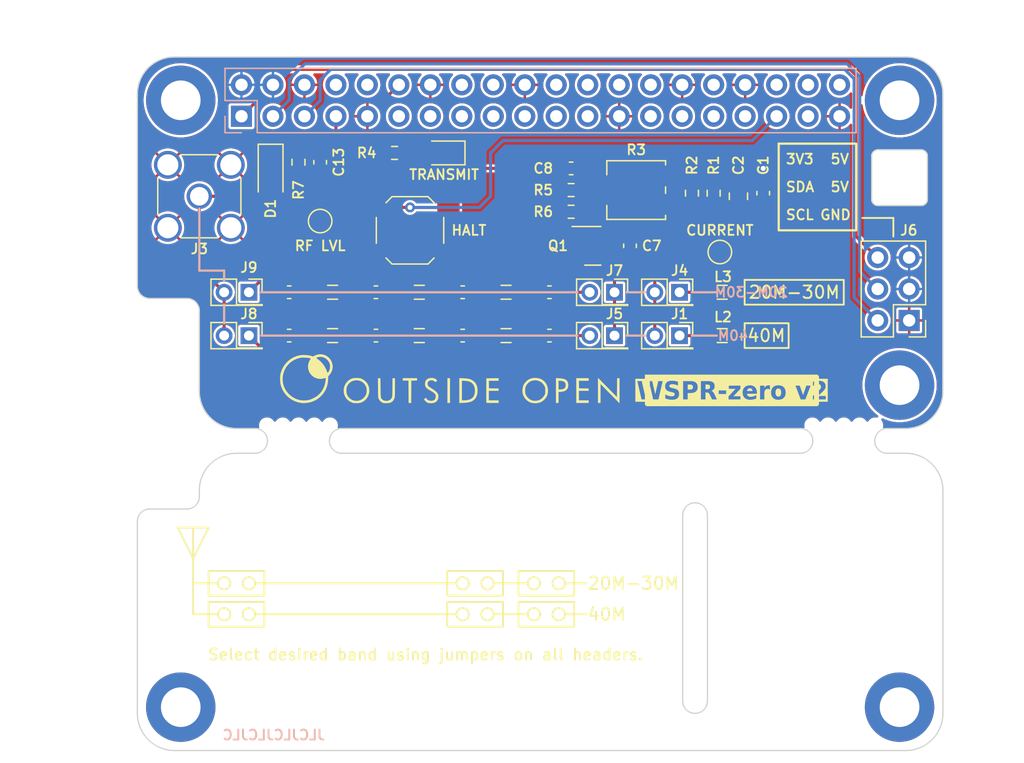
<source format=kicad_pcb>
(kicad_pcb (version 20221018) (generator pcbnew)
  (layers (0 "F.Cu" signal) (31 "B.Cu" signal) (34 "B.Paste" user) (35 "F.Paste" user) (36 "B.SilkS" user "B.Silkscreen") (37 "F.SilkS" user "F.Silkscreen") (38 "B.Mask" user) (39 "F.Mask" user) (44 "Edge.Cuts" user))
  (net 0 "")
  (net 1 "GND")
  (net 2 "VCC")
  (net 3 "Net-(J1-Pin_2)")
  (net 4 "Net-(C8-Pad2)")
  (net 5 "Net-(J4-Pin_1)")
  (net 6 "Net-(J2-Pin_7)")
  (net 7 "Net-(J5-Pin_1)")
  (net 8 "Net-(D1-K)")
  (net 9 "Net-(D1-A)")
  (net 10 "Net-(J1-Pin_1)")
  (net 12 "Net-(J2-Pin_12)")
  (net 23 "Net-(C13-Pad1)")
  (net 24 "Net-(C15-Pad1)")
  (net 25 "Net-(C16-Pad1)")
  (net 26 "Net-(C19-Pad1)")
  (net 27 "Net-(C20-Pad1)")
  (net 31 "Net-(R2-Pad1)")
  (net 32 "Net-(R3-Pad2)")
  (net 36 "Net-(J2-Pin_35)")
  (net 41 "Net-(L2-Pad1)")
  (net 42 "Net-(LED1-A)")
  (net 43 "Net-(Q1-G)")
  (net 44 "Net-(J5-Pin_2)")
  (net 45 "Net-(J8-Pin_1)")
  (net 46 "Net-(J7-Pin_2)")
  (net 47 "Net-(J9-Pin_1)")
  (net 48 "/3.3V")
  (net 52 "/SDA")
  (net 53 "/SCL")
  (footprint "MountingHole:MountingHole_3.2mm_M3_DIN965_Pad" (layer "F.Cu") (at 111.5 76.5)
    (fp_text reference "H3" hide)
    (fp_text value "MountingHole")
    (pad "1" thru_hole circle (at 0 0) (size 5.6 5.6) (drill 3.2) (layers "*.Cu" "*.Mask"))
  )
  (footprint "Inductor_SMD:L_0805_2012Metric" (layer "F.Cu") (at 72.75 72.5 180)
    (fp_text reference "L12")
    (fp_text value "1.5uH")
    (pad "1" smd roundrect (at -1.0625 0 180) (size 0.875 1.2) (layers "F.Cu" "F.Paste" "F.Mask") (net 24 "Net-(C15-Pad1)"))
    (pad "2" smd roundrect (at 1.0625 0 180) (size 0.875 1.2) (layers "F.Cu" "F.Paste" "F.Mask") (net 25 "Net-(C16-Pad1)"))
  )
  (footprint "Resistor_SMD:R_0603_1608Metric" (layer "F.Cu") (at 94.75 61 90)
    (fp_text reference "R2" (at 2.25 0 90) (layer "F.SilkS") (effects (font (size 0.8 0.8))))
    (fp_text value "3.9k")
    (pad "1" smd roundrect (at -0.825 0 90) (size 0.8 0.95) (layers "F.Cu" "F.Paste" "F.Mask") (net 31 "Net-(R2-Pad1)"))
    (pad "2" smd roundrect (at 0.825 0 90) (size 0.8 0.95) (layers "F.Cu" "F.Paste" "F.Mask") (net 2 "VCC"))
  )
  (footprint "Connector_PinSocket_2.00mm:PinSocket_2x01_P2.00mm_Vertical" (layer "F.Cu") (at 93.75 69)
    (fp_text reference "J4" (at 0 -1.75) (layer "F.SilkS") (effects (font (size 0.8 0.8))))
    (fp_text value "Conn_02x01")
    (pad "1" thru_hole rect (at 0 0) (size 1.35 1.35) (drill 0.8) (layers "*.Cu" "*.Mask") (net 5 "Net-(J4-Pin_1)"))
    (pad "2" thru_hole oval (at -2 0) (size 1.35 1.35) (drill 0.8) (layers "*.Cu" "*.Mask") (net 3 "Net-(J1-Pin_2)"))
  )
  (footprint "Capacitor_SMD:C_0603_1608Metric" (layer "F.Cu") (at 100.5 61 -90)
    (fp_text reference "C1" (at -2.25 0 90) (layer "F.SilkS") (effects (font (size 0.8 0.8))))
    (fp_text value "100nF")
    (pad "1" smd roundrect (at -0.775 0 270) (size 0.9 0.95) (layers "F.Cu" "F.Paste" "F.Mask") (net 2 "VCC"))
    (pad "2" smd roundrect (at 0.775 0 270) (size 0.9 0.95) (layers "F.Cu" "F.Paste" "F.Mask") (net 1 "GND"))
  )
  (footprint "Inductor_SMD:L_0805_2012Metric" (layer "F.Cu") (at 65.75 69 180)
    (fp_text reference "L16")
    (fp_text value "1uH")
    (pad "1" smd roundrect (at -1.0625 0 180) (size 0.875 1.2) (layers "F.Cu" "F.Paste" "F.Mask") (net 27 "Net-(C20-Pad1)"))
    (pad "2" smd roundrect (at 1.0625 0 180) (size 0.875 1.2) (layers "F.Cu" "F.Paste" "F.Mask") (net 47 "Net-(J9-Pin_1)"))
  )
  (footprint "MountingHole:mousebites" (layer "F.Cu") (at 107 80)
    (fp_text reference "H6" hide)
    (fp_text value "MountingHole" hide)
    (pad "" np_thru_hole circle (at -2.54 -0.254) (size 0.7874 0.7874) (drill 0.7874) (layers "*.Cu" "*.Mask"))
    (pad "" np_thru_hole circle (at -1.27 -0.254) (size 0.7874 0.7874) (drill 0.7874) (layers "*.Cu" "*.Mask"))
    (pad "" np_thru_hole circle (at 0 -0.254) (size 0.7874 0.7874) (drill 0.7874) (layers "*.Cu" "*.Mask"))
    (pad "" np_thru_hole circle (at 1.27 -0.254) (size 0.7874 0.7874) (drill 0.7874) (layers "*.Cu" "*.Mask"))
    (pad "" np_thru_hole circle (at 2.54 -0.254) (size 0.7874 0.7874) (drill 0.7874) (layers "*.Cu" "*.Mask"))
  )
  (footprint "Capacitor_SMD:C_0603_1608Metric" (layer "F.Cu") (at 89.75 65.25 -90)
    (fp_text reference "C7" (at 0 -1.75) (layer "F.SilkS") (effects (font (size 0.8 0.8))))
    (fp_text value "100nF")
    (pad "1" smd roundrect (at -0.775 0 270) (size 0.9 0.95) (layers "F.Cu" "F.Paste" "F.Mask") (net 3 "Net-(J1-Pin_2)"))
    (pad "2" smd roundrect (at 0.775 0 270) (size 0.9 0.95) (layers "F.Cu" "F.Paste" "F.Mask") (net 7 "Net-(J5-Pin_1)"))
  )
  (footprint "Connector_PinSocket_2.00mm:PinSocket_2x01_P2.00mm_Vertical" (layer "F.Cu") (at 59 69)
    (fp_text reference "J9" (at 0 -2) (layer "F.SilkS") (effects (font (size 0.8 0.8))))
    (fp_text value "Conn_02x01")
    (pad "1" thru_hole rect (at 0 0) (size 1.35 1.35) (drill 0.8) (layers "*.Cu" "*.Mask") (net 47 "Net-(J9-Pin_1)"))
    (pad "2" thru_hole oval (at -2 0) (size 1.35 1.35) (drill 0.8) (layers "*.Cu" "*.Mask") (net 9 "Net-(D1-A)"))
  )
  (footprint "MountingHole:mousebites" (layer "F.Cu") (at 63 80)
    (fp_text reference "H7" hide)
    (fp_text value "MountingHole" hide)
    (pad "" np_thru_hole circle (at -2.54 -0.254) (size 0.7874 0.7874) (drill 0.7874) (layers "*.Cu" "*.Mask"))
    (pad "" np_thru_hole circle (at -1.27 -0.254) (size 0.7874 0.7874) (drill 0.7874) (layers "*.Cu" "*.Mask"))
    (pad "" np_thru_hole circle (at 0 -0.254) (size 0.7874 0.7874) (drill 0.7874) (layers "*.Cu" "*.Mask"))
    (pad "" np_thru_hole circle (at 1.27 -0.254) (size 0.7874 0.7874) (drill 0.7874) (layers "*.Cu" "*.Mask"))
    (pad "" np_thru_hole circle (at 2.54 -0.254) (size 0.7874 0.7874) (drill 0.7874) (layers "*.Cu" "*.Mask"))
  )
  (footprint "Capacitor_SMD:C_0603_1608Metric" (layer "F.Cu") (at 83.25 72.5 180)
    (fp_text reference "C14")
    (fp_text value "470pF")
    (pad "1" smd roundrect (at -0.775 0 180) (size 0.9 0.95) (layers "F.Cu" "F.Paste" "F.Mask") (net 44 "Net-(J5-Pin_2)"))
    (pad "2" smd roundrect (at 0.775 0 180) (size 0.9 0.95) (layers "F.Cu" "F.Paste" "F.Mask") (net 1 "GND"))
  )
  (footprint "Resistor_SMD:R_0603_1608Metric" (layer "F.Cu") (at 85 62.5)
    (fp_text reference "R6" (at -2.25 0) (layer "F.SilkS") (effects (font (size 0.8 0.8))))
    (fp_text value "47")
    (pad "1" smd roundrect (at -0.825 0) (size 0.8 0.95) (layers "F.Cu" "F.Paste" "F.Mask") (net 4 "Net-(C8-Pad2)"))
    (pad "2" smd roundrect (at 0.825 0) (size 0.8 0.95) (layers "F.Cu" "F.Paste" "F.Mask") (net 43 "Net-(Q1-G)"))
  )
  (footprint "Connector_PinSocket_2.00mm:PinSocket_2x01_P2.00mm_Vertical" (layer "F.Cu") (at 93.75 72.5)
    (fp_text reference "J1" (at 0 -1.75) (layer "F.SilkS") (effects (font (size 0.8 0.8))))
    (fp_text value "Conn_02x01")
    (pad "1" thru_hole rect (at 0 0) (size 1.35 1.35) (drill 0.8) (layers "*.Cu" "*.Mask") (net 10 "Net-(J1-Pin_1)"))
    (pad "2" thru_hole oval (at -2 0) (size 1.35 1.35) (drill 0.8) (layers "*.Cu" "*.Mask") (net 3 "Net-(J1-Pin_2)"))
  )
  (footprint "Connector_PinSocket_2.00mm:PinSocket_2x01_P2.00mm_Vertical" (layer "F.Cu") (at 88.5 69)
    (fp_text reference "J7" (at 0 -1.75) (layer "F.SilkS") (effects (font (size 0.8 0.8))))
    (fp_text value "Conn_02x01")
    (pad "1" thru_hole rect (at 0 0) (size 1.35 1.35) (drill 0.8) (layers "*.Cu" "*.Mask") (net 7 "Net-(J5-Pin_1)"))
    (pad "2" thru_hole oval (at -2 0) (size 1.35 1.35) (drill 0.8) (layers "*.Cu" "*.Mask") (net 46 "Net-(J7-Pin_2)"))
  )
  (footprint "Inductor_SMD:L_0805_2012Metric" (layer "F.Cu") (at 79.75 69 180)
    (fp_text reference "L14")
    (fp_text value "1uH")
    (pad "1" smd roundrect (at -1.0625 0 180) (size 0.875 1.2) (layers "F.Cu" "F.Paste" "F.Mask") (net 46 "Net-(J7-Pin_2)"))
    (pad "2" smd roundrect (at 1.0625 0 180) (size 0.875 1.2) (layers "F.Cu" "F.Paste" "F.Mask") (net 26 "Net-(C19-Pad1)"))
  )
  (footprint "Capacitor_SMD:C_0603_1608Metric" (layer "F.Cu") (at 69.25 69 180)
    (fp_text reference "C20")
    (fp_text value "330pF")
    (pad "1" smd roundrect (at -0.775 0 180) (size 0.9 0.95) (layers "F.Cu" "F.Paste" "F.Mask") (net 27 "Net-(C20-Pad1)"))
    (pad "2" smd roundrect (at 0.775 0 180) (size 0.9 0.95) (layers "F.Cu" "F.Paste" "F.Mask") (net 1 "GND"))
  )
  (footprint "TestPoint:TestPoint_Pad_D1.5mm" (layer "F.Cu") (at 97 65.75)
    (fp_text reference "TP1" hide)
    (fp_text value "TestPoint")
    (pad "1" smd circle (at 0 0) (size 1.5 1.5) (layers "F.Cu" "F.Mask") (net 41 "Net-(L2-Pad1)"))
  )
  (footprint "Connector_Coaxial:SMA_Amphenol_901-144_Vertical" (layer "F.Cu") (at 55 61.25 -90)
    (fp_text reference "J3" (at 4.25 0 180) (layer "F.SilkS") (effects (font (size 0.8 0.8))))
    (fp_text value "Conn_01x02")
    (pad "1" thru_hole circle (at 0 0 270) (size 2.05 2.05) (drill 1.5) (layers "*.Cu" "*.Mask") (net 9 "Net-(D1-A)"))
    (pad "2" thru_hole circle (at -2.54 -2.54 270) (size 2.25 2.25) (drill 1.7) (layers "*.Cu" "*.Mask") (net 1 "GND"))
    (pad "2" thru_hole circle (at -2.54 2.54 270) (size 2.25 2.25) (drill 1.7) (layers "*.Cu" "*.Mask") (net 1 "GND"))
    (pad "2" thru_hole circle (at 2.54 -2.54 270) (size 2.25 2.25) (drill 1.7) (layers "*.Cu" "*.Mask") (net 1 "GND"))
    (pad "2" thru_hole circle (at 2.54 2.54 270) (size 2.25 2.25) (drill 1.7) (layers "*.Cu" "*.Mask") (net 1 "GND"))
  )
  (footprint "MountingHole:MountingHole_3.2mm_M3_DIN965_Pad" (layer "F.Cu") (at 111.5 53.5)
    (fp_text reference "H2" hide)
    (fp_text value "MountingHole")
    (pad "1" thru_hole circle (at 0 0) (size 5.6 5.6) (drill 3.2) (layers "*.Cu" "*.Mask"))
  )
  (footprint "Resistor_SMD:R_0603_1608Metric" (layer "F.Cu") (at 96.5 61 -90)
    (fp_text reference "R1" (at -2.25 0 90) (layer "F.SilkS") (effects (font (size 0.8 0.8))))
    (fp_text value "1")
    (pad "1" smd roundrect (at -0.825 0 270) (size 0.8 0.95) (layers "F.Cu" "F.Paste" "F.Mask") (net 2 "VCC"))
    (pad "2" smd roundrect (at 0.825 0 270) (size 0.8 0.95) (layers "F.Cu" "F.Paste" "F.Mask") (net 41 "Net-(L2-Pad1)"))
  )
  (footprint "MountingHole:MountingHole_3.2mm_M3_DIN965_Pad" (layer "F.Cu") (at 53.5 53.5)
    (fp_text reference "H1" hide)
    (fp_text value "MountingHole")
    (pad "1" thru_hole circle (at 0 0) (size 5.6 5.6) (drill 3.2) (layers "*.Cu" "*.Mask"))
  )
  (footprint "LOGO" (layer "F.Cu") (at 75.25 76)
    (fp_text reference "G***" hide)
    (fp_text value "LOGO" hide)
  )
  (footprint "Capacitor_SMD:C_0603_1608Metric" (layer "F.Cu") (at 64.75 58.5 90)
    (fp_text reference "C13" (at 0 1.5 90) (layer "F.SilkS") (effects (font (size 0.8 0.8))))
    (fp_text value "100nF")
    (pad "1" smd roundrect (at -0.775 0 90) (size 0.9 0.95) (layers "F.Cu" "F.Paste" "F.Mask") (net 23 "Net-(C13-Pad1)"))
    (pad "2" smd roundrect (at 0.775 0 90) (size 0.9 0.95) (layers "F.Cu" "F.Paste" "F.Mask") (net 1 "GND"))
  )
  (footprint "Package_TO_SOT_SMD:SOT-23" (layer "F.Cu") (at 86.75 65.25)
    (fp_text reference "Q1" (at -2.8125 0 180) (layer "F.SilkS") (effects (font (size 0.8 0.8))))
    (fp_text value "MMBF170")
    (pad "1" smd roundrect (at -0.9375 -0.95) (size 1.475 0.6) (layers "F.Cu" "F.Paste" "F.Mask") (net 43 "Net-(Q1-G)"))
    (pad "2" smd roundrect (at -0.9375 0.95) (size 1.475 0.6) (layers "F.Cu" "F.Paste" "F.Mask") (net 1 "GND"))
    (pad "3" smd roundrect (at 0.9375 0) (size 1.475 0.6) (layers "F.Cu" "F.Paste" "F.Mask") (net 3 "Net-(J1-Pin_2)"))
  )
  (footprint "Inductor_SMD:L_0805_2012Metric" (layer "F.Cu") (at 79.75 72.5 180)
    (fp_text reference "L11")
    (fp_text value "1.5uH")
    (pad "1" smd roundrect (at -1.0625 0 180) (size 0.875 1.2) (layers "F.Cu" "F.Paste" "F.Mask") (net 44 "Net-(J5-Pin_2)"))
    (pad "2" smd roundrect (at 1.0625 0 180) (size 0.875 1.2) (layers "F.Cu" "F.Paste" "F.Mask") (net 24 "Net-(C15-Pad1)"))
  )
  (footprint "MountingHole:MountingHole_3.2mm_M3_DIN965_Pad" (layer "F.Cu") (at 53.5 102.5)
    (fp_text reference "H5" hide)
    (fp_text value "MountingHole")
    (pad "1" thru_hole circle (at 0 0) (size 5.6 5.6) (drill 3.2) (layers "*.Cu" "*.Mask"))
  )
  (footprint "Inductor_SMD:L_0805_2012Metric" (layer "F.Cu") (at 65.75 72.5 180)
    (fp_text reference "L13")
    (fp_text value "1.5uH")
    (pad "1" smd roundrect (at -1.0625 0 180) (size 0.875 1.2) (layers "F.Cu" "F.Paste" "F.Mask") (net 25 "Net-(C16-Pad1)"))
    (pad "2" smd roundrect (at 1.0625 0 180) (size 0.875 1.2) (layers "F.Cu" "F.Paste" "F.Mask") (net 45 "Net-(J8-Pin_1)"))
  )
  (footprint "MountingHole:MountingHole_3.2mm_M3_DIN965_Pad" (layer "F.Cu") (at 111.5 102.5)
    (fp_text reference "H4" hide)
    (fp_text value "MountingHole")
    (pad "1" thru_hole circle (at 0 0) (size 5.6 5.6) (drill 3.2) (layers "*.Cu" "*.Mask"))
  )
  (footprint "Diode_SMD:D_SOD-123F" (layer "F.Cu") (at 60.75 59.25 -90)
    (fp_text reference "D1" (at 3 0 90) (layer "F.SilkS") (effects (font (size 0.8 0.8))))
    (fp_text value "1N4148")
    (pad "1" smd rect (at -1.4 0 270) (size 1.1 1.1) (layers "F.Cu" "F.Paste" "F.Mask") (net 8 "Net-(D1-K)"))
    (pad "2" smd rect (at 1.4 0 270) (size 1.1 1.1) (layers "F.Cu" "F.Paste" "F.Mask") (net 9 "Net-(D1-A)"))
  )
  (footprint "Capacitor_SMD:C_0603_1608Metric" (layer "F.Cu") (at 85 59 180)
    (fp_text reference "C8" (at 2.25 0) (layer "F.SilkS") (effects (font (size 0.8 0.8))))
    (fp_text value "100nF")
    (pad "1" smd roundrect (at -0.775 0 180) (size 0.9 0.95) (layers "F.Cu" "F.Paste" "F.Mask") (net 6 "Net-(J2-Pin_7)"))
    (pad "2" smd roundrect (at 0.775 0 180) (size 0.9 0.95) (layers "F.Cu" "F.Paste" "F.Mask") (net 4 "Net-(C8-Pad2)"))
  )
  (footprint "Resistor_SMD:R_0603_1608Metric" (layer "F.Cu") (at 63 58.5 -90)
    (fp_text reference "R7" (at 2.25 0 90) (layer "F.SilkS") (effects (font (size 0.8 0.8))))
    (fp_text value "2K")
    (pad "1" smd roundrect (at -0.825 0 270) (size 0.8 0.95) (layers "F.Cu" "F.Paste" "F.Mask") (net 8 "Net-(D1-K)"))
    (pad "2" smd roundrect (at 0.825 0 270) (size 0.8 0.95) (layers "F.Cu" "F.Paste" "F.Mask") (net 23 "Net-(C13-Pad1)"))
  )
  (footprint "Potentiometer_SMD:Potentiometer_Bourns_3314J_Vertical" (layer "F.Cu") (at 90.25 60.75 -90)
    (fp_text reference "R3" (at -3.25 0) (layer "F.SilkS") (effects (font (size 0.8 0.8))))
    (fp_text value "10k")
    (pad "1" smd rect (at 1.15 -2 270) (size 1.3 2) (layers "F.Cu" "F.Paste" "F.Mask") (net 31 "Net-(R2-Pad1)"))
    (pad "2" smd rect (at 0 2 270) (size 2 2) (layers "F.Cu" "F.Paste" "F.Mask") (net 32 "Net-(R3-Pad2)"))
    (pad "3" smd rect (at -1.15 -2 270) (size 1.3 2) (layers "F.Cu" "F.Paste" "F.Mask") (net 1 "GND"))
  )
  (footprint "Connector_PinSocket_2.00mm:PinSocket_2x01_P2.00mm_Vertical" (layer "F.Cu") (at 88.5 72.5)
    (fp_text reference "J5" (at 0 -1.75) (layer "F.SilkS") (effects (font (size 0.8 0.8))))
    (fp_text value "Conn_02x01")
    (pad "1" thru_hole rect (at 0 0) (size 1.35 1.35) (drill 0.8) (layers "*.Cu" "*.Mask") (net 7 "Net-(J5-Pin_1)"))
    (pad "2" thru_hole oval (at -2 0) (size 1.35 1.35) (drill 0.8) (layers "*.Cu" "*.Mask") (net 44 "Net-(J5-Pin_2)"))
  )
  (footprint "TestPoint:TestPoint_Pad_D1.5mm" (layer "F.Cu") (at 64.75 63.25 -90)
    (fp_text reference "TP3" hide)
    (fp_text value "TestPoint")
    (pad "1" smd circle (at 0 0 270) (size 1.5 1.5) (layers "F.Cu" "F.Mask") (net 23 "Net-(C13-Pad1)"))
  )
  (footprint "Capacitor_SMD:C_0603_1608Metric" (layer "F.Cu") (at 62.25 68.999999 180)
    (fp_text reference "C21")
    (fp_text value "150pF")
    (pad "1" smd roundrect (at -0.775 0 180) (size 0.9 0.95) (layers "F.Cu" "F.Paste" "F.Mask") (net 47 "Net-(J9-Pin_1)"))
    (pad "2" smd roundrect (at 0.775 0 180) (size 0.9 0.95) (layers "F.Cu" "F.Paste" "F.Mask") (net 1 "GND"))
  )
  (footprint "LED_SMD:LED_0805_2012Metric" (layer "F.Cu") (at 74.75 57.75 180)
    (fp_text reference "LED1" hide)
    (fp_text value "LED_Small")
    (pad "1" smd roundrect (at -0.9375 0 180) (size 0.975 1.4) (layers "F.Cu" "F.Paste" "F.Mask") (net 1 "GND"))
    (pad "2" smd roundrect (at 0.9375 0 180) (size 0.975 1.4) (layers "F.Cu" "F.Paste" "F.Mask") (net 42 "Net-(LED1-A)"))
  )
  (footprint "Resistor_SMD:R_0603_1608Metric" (layer "F.Cu") (at 85 60.75 180)
    (fp_text reference "R5" (at 2.25 0) (layer "F.SilkS") (effects (font (size 0.8 0.8))))
    (fp_text value "10k")
    (pad "1" smd roundrect (at -0.825 0 180) (size 0.8 0.95) (layers "F.Cu" "F.Paste" "F.Mask") (net 32 "Net-(R3-Pad2)"))
    (pad "2" smd roundrect (at 0.825 0 180) (size 0.8 0.95) (layers "F.Cu" "F.Paste" "F.Mask") (net 4 "Net-(C8-Pad2)"))
  )
  (footprint "Inductor_SMD:L_0805_2012Metric" (layer "F.Cu") (at 97.1875 72.5 180)
    (fp_text reference "L2" (at -0.0625 1.5) (layer "F.SilkS") (effects (font (size 0.8 0.8))))
    (fp_text value "10uH")
    (pad "1" smd roundrect (at -1.0625 0 180) (size 0.875 1.2) (layers "F.Cu" "F.Paste" "F.Mask") (net 41 "Net-(L2-Pad1)"))
    (pad "2" smd roundrect (at 1.0625 0 180) (size 0.875 1.2) (layers "F.Cu" "F.Paste" "F.Mask") (net 10 "Net-(J1-Pin_1)"))
  )
  (footprint "Resistor_SMD:R_0603_1608Metric" (layer "F.Cu") (at 70.75 57.75 180)
    (fp_text reference "R4" (at 2.25 0) (layer "F.SilkS") (effects (font (size 0.8 0.8))))
    (fp_text value "270")
    (pad "1" smd roundrect (at -0.825 0 180) (size 0.8 0.95) (layers "F.Cu" "F.Paste" "F.Mask") (net 42 "Net-(LED1-A)"))
    (pad "2" smd roundrect (at 0.825 0 180) (size 0.8 0.95) (layers "F.Cu" "F.Paste" "F.Mask") (net 12 "Net-(J2-Pin_12)"))
  )
  (footprint "Capacitor_SMD:C_0603_1608Metric" (layer "F.Cu") (at 62.25 72.5 180)
    (fp_text reference "C17")
    (fp_text value "470pF")
    (pad "1" smd roundrect (at -0.775 0 180) (size 0.9 0.95) (layers "F.Cu" "F.Paste" "F.Mask") (net 45 "Net-(J8-Pin_1)"))
    (pad "2" smd roundrect (at 0.775 0 180) (size 0.9 0.95) (layers "F.Cu" "F.Paste" "F.Mask") (net 1 "GND"))
  )
  (footprint "Connector_PinHeader_2.54mm:PinHeader_2x03_P2.54mm_Vertical" (layer "F.Cu") (at 112.275 71.275 180)
    (fp_text reference "J6" (at 0.025 7.275) (layer "F.SilkS") (effects (font (size 0.8 0.8))))
    (fp_text value "I2C")
    (pad "1" thru_hole rect (at 0 0 180) (size 1.7 1.7) (drill 1) (layers "*.Cu" "*.Mask") (net 1 "GND"))
    (pad "2" thru_hole oval (at 2.54 0 180) (size 1.7 1.7) (drill 1) (layers "*.Cu" "*.Mask") (net 53 "/SCL"))
    (pad "3" thru_hole oval (at 0 2.54 180) (size 1.7 1.7) (drill 1) (layers "*.Cu" "*.Mask") (net 2 "VCC"))
    (pad "4" thru_hole oval (at 2.54 2.54 180) (size 1.7 1.7) (drill 1) (layers "*.Cu" "*.Mask") (net 52 "/SDA"))
    (pad "5" thru_hole oval (at 0 5.08 180) (size 1.7 1.7) (drill 1) (layers "*.Cu" "*.Mask") (net 2 "VCC"))
    (pad "6" thru_hole oval (at 2.54 5.08 180) (size 1.7 1.7) (drill 1) (layers "*.Cu" "*.Mask") (net 48 "/3.3V"))
  )
  (footprint "Capacitor_SMD:C_0805_2012Metric" (layer "F.Cu") (at 98.5 61.25 -90)
    (fp_text reference "C2" (at -2.5 0 90) (layer "F.SilkS") (effects (font (size 0.8 0.8))))
    (fp_text value "47uF")
    (pad "1" smd roundrect (at -0.95 0 270) (size 1 1.45) (layers "F.Cu" "F.Paste" "F.Mask") (net 2 "VCC"))
    (pad "2" smd roundrect (at 0.95 0 270) (size 1 1.45) (layers "F.Cu" "F.Paste" "F.Mask") (net 1 "GND"))
  )
  (footprint "Capacitor_SMD:C_0603_1608Metric" (layer "F.Cu") (at 83.25 69 180)
    (fp_text reference "C18")
    (fp_text value "150pF")
    (pad "1" smd roundrect (at -0.775 0 180) (size 0.9 0.95) (layers "F.Cu" "F.Paste" "F.Mask") (net 46 "Net-(J7-Pin_2)"))
    (pad "2" smd roundrect (at 0.775 0 180) (size 0.9 0.95) (layers "F.Cu" "F.Paste" "F.Mask") (net 1 "GND"))
  )
  (footprint "Button_Switch_SMD:SW_SPST_SKQG_WithoutStem" (layer "F.Cu") (at 72 64)
    (fp_text reference "SW1" hide)
    (fp_text value "SW_SPST")
    (pad "1" smd rect (at -3.1 -1.85) (size 1.8 1.1) (layers "F.Cu" "F.Paste" "F.Mask") (net 36 "Net-(J2-Pin_35)"))
    (pad "1" smd rect (at 3.1 -1.85) (size 1.8 1.1) (layers "F.Cu" "F.Paste" "F.Mask") (net 36 "Net-(J2-Pin_35)"))
    (pad "2" smd rect (at -3.1 1.85) (size 1.8 1.1) (layers "F.Cu" "F.Paste" "F.Mask") (net 1 "GND"))
    (pad "2" smd rect (at 3.1 1.85) (size 1.8 1.1) (layers "F.Cu" "F.Paste" "F.Mask") (net 1 "GND"))
  )
  (footprint "Inductor_SMD:L_0805_2012Metric" (layer "F.Cu") (at 97.1875 69 180)
    (fp_text reference "L3" (at -0.0625 1.25) (layer "F.SilkS") (effects (font (size 0.8 0.8))))
    (fp_text value "5.6uH")
    (pad "1" smd roundrect (at -1.0625 0 180) (size 0.875 1.2) (layers "F.Cu" "F.Paste" "F.Mask") (net 41 "Net-(L2-Pad1)"))
    (pad "2" smd roundrect (at 1.0625 0 180) (size 0.875 1.2) (layers "F.Cu" "F.Paste" "F.Mask") (net 5 "Net-(J4-Pin_1)"))
  )
  (footprint "Inductor_SMD:L_0805_2012Metric" (layer "F.Cu") (at 72.75 69 180)
    (fp_text reference "L15")
    (fp_text value "1uH")
    (pad "1" smd roundrect (at -1.0625 0 180) (size 0.875 1.2) (layers "F.Cu" "F.Paste" "F.Mask") (net 26 "Net-(C19-Pad1)"))
    (pad "2" smd roundrect (at 1.0625 0 180) (size 0.875 1.2) (layers "F.Cu" "F.Paste" "F.Mask") (net 27 "Net-(C20-Pad1)"))
  )
  (footprint "Connector_PinSocket_2.00mm:PinSocket_2x01_P2.00mm_Vertical" (layer "F.Cu") (at 59 72.5)
    (fp_text reference "J8" (at 0 -1.75) (layer "F.SilkS") (effects (font (size 0.8 0.8))))
    (fp_text value "Conn_02x01")
    (pad "1" thru_hole rect (at 0 0) (size 1.35 1.35) (drill 0.8) (layers "*.Cu" "*.Mask") (net 45 "Net-(J8-Pin_1)"))
    (pad "2" thru_hole oval (at -2 0) (size 1.35 1.35) (drill 0.8) (layers "*.Cu" "*.Mask") (net 9 "Net-(D1-A)"))
  )
  (footprint "Capacitor_SMD:C_0603_1608Metric" (layer "F.Cu") (at 76.25 68.999999 180)
    (fp_text reference "C19")
    (fp_text value "330pF")
    (pad "1" smd roundrect (at -0.775 0 180) (size 0.9 0.95) (layers "F.Cu" "F.Paste" "F.Mask") (net 26 "Net-(C19-Pad1)"))
    (pad "2" smd roundrect (at 0.775 0 180) (size 0.9 0.95) (layers "F.Cu" "F.Paste" "F.Mask") (net 1 "GND"))
  )
  (footprint "Capacitor_SMD:C_0603_1608Metric" (layer "F.Cu") (at 76.25 72.5 180)
    (fp_text reference "C15")
    (fp_text value "1nF")
    (pad "1" smd roundrect (at -0.775 0 180) (size 0.9 0.95) (layers "F.Cu" "F.Paste" "F.Mask") (net 24 "Net-(C15-Pad1)"))
    (pad "2" smd roundrect (at 0.775 0 180) (size 0.9 0.95) (layers "F.Cu" "F.Paste" "F.Mask") (net 1 "GND"))
  )
  (footprint "Capacitor_SMD:C_0603_1608Metric" (layer "F.Cu") (at 69.25 72.5 180)
    (fp_text reference "C16")
    (fp_text value "1nF")
    (pad "1" smd roundrect (at -0.775 0 180) (size 0.9 0.95) (layers "F.Cu" "F.Paste" "F.Mask") (net 25 "Net-(C16-Pad1)"))
    (pad "2" smd roundrect (at 0.775 0 180) (size 0.9 0.95) (layers "F.Cu" "F.Paste" "F.Mask") (net 1 "GND"))
  )
  (footprint "Connector_PinSocket_2.54mm:PinSocket_2x20_P2.54mm_Vertical" (layer "B.Cu") (at 58.4 54.79 -90)
    (fp_text reference "J2")
    (fp_text value "Conn_02x20_Odd_Even")
    (pad "1" thru_hole rect (at 0 0 270) (size 1.7 1.7) (drill 1) (layers "*.Cu" "*.Mask") (net 48 "/3.3V"))
    (pad "2" thru_hole oval (at -2.54 0 270) (size 1.7 1.7) (drill 1) (layers "*.Cu" "*.Mask") (net 2 "VCC"))
    (pad "3" thru_hole oval (at 0 -2.54 270) (size 1.7 1.7) (drill 1) (layers "*.Cu" "*.Mask") (net 52 "/SDA"))
    (pad "4" thru_hole oval (at -2.54 -2.54 270) (size 1.7 1.7) (drill 1) (layers "*.Cu" "*.Mask") (net 2 "VCC"))
    (pad "5" thru_hole oval (at 0 -5.08 270) (size 1.7 1.7) (drill 1) (layers "*.Cu" "*.Mask") (net 53 "/SCL"))
    (pad "6" thru_hole oval (at -2.54 -5.08 270) (size 1.7 1.7) (drill 1) (layers "*.Cu" "*.Mask") (net 1 "GND"))
    (pad "7" thru_hole oval (at 0 -7.62 270) (size 1.7 1.7) (drill 1) (layers "*.Cu" "*.Mask") (net 6 "Net-(J2-Pin_7)"))
    (pad "8" thru_hole oval (at -2.54 -7.62 270) (size 1.7 1.7) (drill 1) (layers "*.Cu" "*.Mask"))
    (pad "9" thru_hole oval (at 0 -10.16 270) (size 1.7 1.7) (drill 1) (layers "*.Cu" "*.Mask") (net 1 "GND"))
    (pad "10" thru_hole oval (at -2.54 -10.16 270) (size 1.7 1.7) (drill 1) (layers "*.Cu" "*.Mask"))
    (pad "11" thru_hole oval (at 0 -12.7 270) (size 1.7 1.7) (drill 1) (layers "*.Cu" "*.Mask"))
    (pad "12" thru_hole oval (at -2.54 -12.7 270) (size 1.7 1.7) (drill 1) (layers "*.Cu" "*.Mask") (net 12 "Net-(J2-Pin_12)"))
    (pad "13" thru_hole oval (at 0 -15.24 270) (size 1.7 1.7) (drill 1) (layers "*.Cu" "*.Mask"))
    (pad "14" thru_hole oval (at -2.54 -15.24 270) (size 1.7 1.7) (drill 1) (layers "*.Cu" "*.Mask") (net 1 "GND"))
    (pad "15" thru_hole oval (at 0 -17.78 270) (size 1.7 1.7) (drill 1) (layers "*.Cu" "*.Mask"))
    (pad "16" thru_hole oval (at -2.54 -17.78 270) (size 1.7 1.7) (drill 1) (layers "*.Cu" "*.Mask"))
    (pad "17" thru_hole oval (at 0 -20.32 270) (size 1.7 1.7) (drill 1) (layers "*.Cu" "*.Mask"))
    (pad "18" thru_hole oval (at -2.54 -20.32 270) (size 1.7 1.7) (drill 1) (layers "*.Cu" "*.Mask"))
    (pad "19" thru_hole oval (at 0 -22.86 270) (size 1.7 1.7) (drill 1) (layers "*.Cu" "*.Mask"))
    (pad "20" thru_hole oval (at -2.54 -22.86 270) (size 1.7 1.7) (drill 1) (layers "*.Cu" "*.Mask") (net 1 "GND"))
    (pad "21" thru_hole oval (at 0 -25.4 270) (size 1.7 1.7) (drill 1) (layers "*.Cu" "*.Mask"))
    (pad "22" thru_hole oval (at -2.54 -25.4 270) (size 1.7 1.7) (drill 1) (layers "*.Cu" "*.Mask"))
    (pad "23" thru_hole oval (at 0 -27.94 270) (size 1.7 1.7) (drill 1) (layers "*.Cu" "*.Mask"))
    (pad "24" thru_hole oval (at -2.54 -27.94 270) (size 1.7 1.7) (drill 1) (layers "*.Cu" "*.Mask"))
    (pad "25" thru_hole oval (at 0 -30.48 270) (size 1.7 1.7) (drill 1) (layers "*.Cu" "*.Mask") (net 1 "GND"))
    (pad "26" thru_hole oval (at -2.54 -30.48 270) (size 1.7 1.7) (drill 1) (layers "*.Cu" "*.Mask"))
    (pad "27" thru_hole oval (at 0 -33.02 270) (size 1.7 1.7) (drill 1) (layers "*.Cu" "*.Mask"))
    (pad "28" thru_hole oval (at -2.54 -33.02 270) (size 1.7 1.7) (drill 1) (layers "*.Cu" "*.Mask"))
    (pad "29" thru_hole oval (at 0 -35.56 270) (size 1.7 1.7) (drill 1) (layers "*.Cu" "*.Mask"))
    (pad "30" thru_hole oval (at -2.54 -35.56 270) (size 1.7 1.7) (drill 1) (layers "*.Cu" "*.Mask") (net 1 "GND"))
    (pad "31" thru_hole oval (at 0 -38.1 270) (size 1.7 1.7) (drill 1) (layers "*.Cu" "*.Mask"))
    (pad "32" thru_hole oval (at -2.54 -38.1 270) (size 1.7 1.7) (drill 1) (layers "*.Cu" "*.Mask"))
    (pad "33" thru_hole oval (at 0 -40.64 270) (size 1.7 1.7) (drill 1) (layers "*.Cu" "*.Mask"))
    (pad "34" thru_hole oval (at -2.54 -40.64 270) (size 1.7 1.7) (drill 1) (layers "*.Cu" "*.Mask") (net 1 "GND"))
    (pad "35" thru_hole oval (at 0 -43.18 270) (size 1.7 1.7) (drill 1) (layers "*.Cu" "*.Mask") (net 36 "Net-(J2-Pin_35)"))
    (pad "36" thru_hole oval (at -2.54 -43.18 270) (size 1.7 1.7) (drill 1) (layers "*.Cu" "*.Mask"))
    (pad "37" thru_hole oval (at 0 -45.72 270) (size 1.7 1.7) (drill 1) (layers "*.Cu" "*.Mask"))
    (pad "38" thru_hole oval (at -2.54 -45.72 270) (size 1.7 1.7) (drill 1) (layers "*.Cu" "*.Mask"))
    (pad "39" thru_hole oval (at 0 -48.26 270) (size 1.7 1.7) (drill 1) (layers "*.Cu" "*.Mask") (net 1 "GND"))
    (pad "40" thru_hole oval (at -2.54 -48.26 270) (size 1.7 1.7) (drill 1) (layers "*.Cu" "*.Mask"))
  )
  (gr_line (start 94.75 69) (end 96.75 69) (stroke (width 0.18)) (layer "B.SilkS"))
  (gr_line (start 94.75 72.5) (end 96.75 72.5) (stroke (width 0.18)) (layer "B.SilkS"))
  (gr_line (start 57 70) (end 57 71.5) (stroke (width 0.18)) (layer "B.SilkS"))
  (gr_line (start 55 62.25) (end 55 67.25) (stroke (width 0.18)) (layer "B.SilkS"))
  (gr_line (start 55 67.25) (end 57 67.25) (stroke (width 0.18)) (layer "B.SilkS"))
  (gr_line (start 91 72.5) (end 89.5 72.5) (stroke (width 0.18)) (layer "B.SilkS"))
  (gr_line (start 85.5 72.5) (end 60 72.5) (stroke (width 0.18)) (layer "B.SilkS"))
  (gr_line (start 91 69) (end 89.5 69) (stroke (width 0.18)) (layer "B.SilkS"))
  (gr_line (start 57 67.25) (end 57 68) (stroke (width 0.18)) (layer "B.SilkS"))
  (gr_line (start 85.5 69) (end 60 69) (stroke (width 0.18)) (layer "B.SilkS"))
  (gr_circle (center 84 94.999999) (end 83.5 94.999999) (stroke (width 0.15)) (fill none) (layer "F.SilkS"))
  (gr_circle (center 78.25 94.999999) (end 77.75 94.999999) (stroke (width 0.15)) (fill none) (layer "F.SilkS"))
  (gr_circle (center 82 94.999999) (end 81.5 94.999999) (stroke (width 0.15)) (fill none) (layer "F.SilkS"))
  (gr_line (start 108.5 63) (end 111 63) (stroke (width 0.15)) (layer "F.SilkS"))
  (gr_rect (start 75 91.499999) (end 79.5 93.5) (stroke (width 0.15)) (fill none) (layer "F.SilkS"))
  (gr_circle (center 82 92.5) (end 81.5 92.500001) (stroke (width 0.15)) (fill none) (layer "F.SilkS"))
  (gr_line (start 53.25 87.999999) (end 54.5 90.499999) (stroke (width 0.15)) (layer "F.SilkS"))
  (gr_rect (start 99 68) (end 107 70) (stroke (width 0.15)) (fill none) (layer "F.SilkS"))
  (gr_rect (start 55.75 91.499999) (end 60.25 93.5) (stroke (width 0.15)) (fill none) (layer "F.SilkS"))
  (gr_line (start 81.5 94.999999) (end 80.75 94.999999) (stroke (width 0.15)) (layer "F.SilkS"))
  (gr_line (start 59.5 92.5) (end 60.25 92.5) (stroke (width 0.15)) (layer "F.SilkS"))
  (gr_circle (center 76.25 94.999999) (end 75.75 94.999999) (stroke (width 0.15)) (fill none) (layer "F.SilkS"))
  (gr_circle (center 76.25 92.5) (end 75.75 92.500001) (stroke (width 0.15)) (fill none) (layer "F.SilkS"))
  (gr_line (start 60.25 92.5) (end 75 92.500002) (stroke (width 0.15)) (layer "F.SilkS"))
  (gr_line (start 78.75 92.5) (end 79.5 92.5) (stroke (width 0.15)) (layer "F.SilkS"))
  (gr_rect (start 80.75 91.499999) (end 85.25 93.5) (stroke (width 0.15)) (fill none) (layer "F.SilkS"))
  (gr_rect (start 75 94) (end 79.5 95.999999) (stroke (width 0.15)) (fill none) (layer "F.SilkS"))
  (gr_line (start 56.5 92.500001) (end 55.75 92.500001) (stroke (width 0.15)) (layer "F.SilkS"))
  (gr_circle (center 78.25 92.500001) (end 77.75 92.5) (stroke (width 0.15)) (fill none) (layer "F.SilkS"))
  (gr_circle (center 84 92.500001) (end 83.5 92.5) (stroke (width 0.15)) (fill none) (layer "F.SilkS"))
  (gr_line (start 75.75 94.999999) (end 75 94.999999) (stroke (width 0.15)) (layer "F.SilkS"))
  (gr_line (start 84.5 92.5) (end 85.25 92.5) (stroke (width 0.15)) (layer "F.SilkS"))
  (gr_line (start 54.5 90.499999) (end 55.75 87.999999) (stroke (width 0.15)) (layer "F.SilkS"))
  (gr_line (start 54.5 90.499999) (end 54.5 87.999999) (stroke (width 0.15)) (layer "F.SilkS"))
  (gr_line (start 78.75 94.999999) (end 79.5 94.999999) (stroke (width 0.15)) (layer "F.SilkS"))
  (gr_line (start 55.75 94.999999) (end 54.5 94.999999) (stroke (width 0.15)) (layer "F.SilkS"))
  (gr_rect (start 101.75 57) (end 108 64) (stroke (width 0.18)) (fill none) (layer "F.SilkS"))
  (gr_line (start 59.5 94.999999) (end 60.25 94.999999) (stroke (width 0.15)) (layer "F.SilkS"))
  (gr_circle (center 57 94.999999) (end 56.5 94.999999) (stroke (width 0.15)) (fill none) (layer "F.SilkS"))
  (gr_line (start 86.25 92.500001) (end 85.250001 92.5) (stroke (width 0.15)) (layer "F.SilkS"))
  (gr_line (start 84.5 94.999999) (end 85.25 94.999999) (stroke (width 0.15)) (layer "F.SilkS"))
  (gr_rect (start 99 71.5) (end 102.55 73.5) (stroke (width 0.15)) (fill none) (layer "F.SilkS"))
  (gr_line (start 111 64.5) (end 111 63) (stroke (width 0.15)) (layer "F.SilkS"))
  (gr_rect (start 91.15 75.85) (end 104.8 78) (stroke (width 0.4)) (fill none) (layer "F.SilkS"))
  (gr_line (start 75.75 92.500001) (end 75 92.500001) (stroke (width 0.15)) (layer "F.SilkS"))
  (gr_line (start 55.75 87.999999) (end 53.25 87.999999) (stroke (width 0.15)) (layer "F.SilkS"))
  (gr_rect (start 80.75 94) (end 85.25 95.999999) (stroke (width 0.15)) (fill none) (layer "F.SilkS"))
  (gr_line (start 56.5 94.999999) (end 55.75 94.999999) (stroke (width 0.15)) (layer "F.SilkS"))
  (gr_line (start 86.25 95) (end 85 95) (stroke (width 0.15)) (layer "F.SilkS"))
  (gr_line (start 79.5 92.500001) (end 80.750001 92.500001) (stroke (width 0.15)) (layer "F.SilkS"))
  (gr_circle (center 59 94.999999) (end 58.5 94.999999) (stroke (width 0.15)) (fill none) (layer "F.SilkS"))
  (gr_line (start 79.5 95) (end 80.750001 94.999999) (stroke (width 0.15)) (layer "F.SilkS"))
  (gr_circle (center 57 92.5) (end 56.5 92.500001) (stroke (width 0.15)) (fill none) (layer "F.SilkS"))
  (gr_rect (start 55.75 94) (end 60.25 95.999999) (stroke (width 0.15)) (fill none) (layer "F.SilkS"))
  (gr_line (start 55.75 92.500001) (end 54.5 92.5) (stroke (width 0.15)) (layer "F.SilkS"))
  (gr_circle (center 59 92.500001) (end 58.5 92.5) (stroke (width 0.15)) (fill none) (layer "F.SilkS"))
  (gr_line (start 75 95) (end 60.25 94.999999) (stroke (width 0.15)) (layer "F.SilkS"))
  (gr_line (start 81.5 92.500001) (end 80.75 92.500001) (stroke (width 0.15)) (layer "F.SilkS"))
  (gr_line (start 54.5 90.499999) (end 54.5 94.999999) (stroke (width 0.15)) (layer "F.SilkS"))
  (gr_line (start 103.499999 80.000001) (end 66.500001 80.000001) (stroke (width 0.1)) (layer "Edge.Cuts"))
  (gr_line (start 94 87) (end 94 102) (stroke (width 0.1)) (layer "Edge.Cuts"))
  (gr_line (start 55 85.5) (end 54.999999 84.999999) (stroke (width 0.1)) (layer "Edge.Cuts"))
  (gr_arc (start 65.500001 81.000001) (mid 65.792894 80.292894) (end 66.500001 80.000001) (stroke (width 0.1)) (layer "Edge.Cuts"))
  (gr_line (start 66.500001 82.000001) (end 103.499999 82.000001) (stroke (width 0.1)) (layer "Edge.Cuts"))
  (gr_arc (start 115 77) (mid 114.12132 79.12132) (end 112 80) (stroke (width 0.1)) (layer "Edge.Cuts"))
  (gr_line (start 110.5 82) (end 112 82) (stroke (width 0.1)) (layer "Edge.Cuts"))
  (gr_line (start 109.75 57.5) (end 113.25 57.500001) (stroke (width 0.1)) (layer "Edge.Cuts"))
  (gr_arc (start 51 69.5) (mid 50.292893 69.207107) (end 50 68.5) (stroke (width 0.1)) (layer "Edge.Cuts"))
  (gr_arc (start 112 50) (mid 114.12132 50.87868) (end 115 53) (stroke (width 0.1)) (layer "Edge.Cuts"))
  (gr_arc (start 113.749999 61.5) (mid 113.603552 61.853552) (end 113.25 61.999999) (stroke (width 0.1)) (layer "Edge.Cuts"))
  (gr_line (start 57.999999 82.000002) (end 59.499999 82.000001) (stroke (width 0.1)) (layer "Edge.Cuts"))
  (gr_line (start 59.499999 80.000001) (end 57.999999 80.000001) (stroke (width 0.1)) (layer "Edge.Cuts"))
  (gr_arc (start 55 85.5) (mid 54.707107 86.207107) (end 54 86.5) (stroke (width 0.1)) (layer "Edge.Cuts"))
  (gr_arc (start 66.500001 82.000001) (mid 65.792894 81.707108) (end 65.500001 81.000001) (stroke (width 0.1)) (layer "Edge.Cuts"))
  (gr_line (start 112 50) (end 53 50) (stroke (width 0.1)) (layer "Edge.Cuts"))
  (gr_line (start 109.250001 61.5) (end 109.25 58) (stroke (width 0.1)) (layer "Edge.Cuts"))
  (gr_arc (start 115 102.999999) (mid 114.12132 105.121319) (end 112 105.999998) (stroke (width 0.1)) (layer "Edge.Cuts"))
  (gr_arc (start 110.5 82) (mid 109.792893 81.707107) (end 109.5 81) (stroke (width 0.1)) (layer "Edge.Cuts"))
  (gr_line (start 50 87.5) (end 50 103) (stroke (width 0.1)) (layer "Edge.Cuts"))
  (gr_line (start 115 102.999999) (end 115 85) (stroke (width 0.1)) (layer "Edge.Cuts"))
  (gr_arc (start 113.25 57.500001) (mid 113.603552 57.646448) (end 113.749999 58) (stroke (width 0.1)) (layer "Edge.Cuts"))
  (gr_line (start 51 86.5) (end 54 86.5) (stroke (width 0.1)) (layer "Edge.Cuts"))
  (gr_arc (start 94 87) (mid 95 86) (end 96 87) (stroke (width 0.1)) (layer "Edge.Cuts"))
  (gr_line (start 54.999999 77.000001) (end 55 70.5) (stroke (width 0.1)) (layer "Edge.Cuts"))
  (gr_line (start 52.999999 105.999999) (end 112 105.999998) (stroke (width 0.1)) (layer "Edge.Cuts"))
  (gr_arc (start 96 102) (mid 95 103) (end 94 102) (stroke (width 0.1)) (layer "Edge.Cuts"))
  (gr_arc (start 109.75 61.999999) (mid 109.396448 61.853552) (end 109.250001 61.5) (stroke (width 0.1)) (layer "Edge.Cuts"))
  (gr_arc (start 57.999999 80.000001) (mid 55.878679 79.121321) (end 54.999999 77.000001) (stroke (width 0.1)) (layer "Edge.Cuts"))
  (gr_line (start 50 68.5) (end 50 53) (stroke (width 0.1)) (layer "Edge.Cuts"))
  (gr_arc (start 50 53) (mid 50.87868 50.87868) (end 53 50) (stroke (width 0.1)) (layer "Edge.Cuts"))
  (gr_line (start 112 80) (end 110.5 80) (stroke (width 0.1)) (layer "Edge.Cuts"))
  (gr_line (start 96 87) (end 96 102) (stroke (width 0.1)) (layer "Edge.Cuts"))
  (gr_line (start 51 69.5) (end 54 69.5) (stroke (width 0.1)) (layer "Edge.Cuts"))
  (gr_arc (start 112 82) (mid 114.12132 82.87868) (end 115 85) (stroke (width 0.1)) (layer "Edge.Cuts"))
  (gr_arc (start 109.5 81) (mid 109.792893 80.292893) (end 110.5 80) (stroke (width 0.1)) (layer "Edge.Cuts"))
  (gr_line (start 113.749999 58) (end 113.749999 61.5) (stroke (width 0.1)) (layer "Edge.Cuts"))
  (gr_arc (start 59.499999 80.000001) (mid 60.207106 80.292894) (end 60.499999 81.000001) (stroke (width 0.1)) (layer "Edge.Cuts"))
  (gr_arc (start 103.499999 80.000001) (mid 104.207106 80.292894) (end 104.499999 81.000001) (stroke (width 0.1)) (layer "Edge.Cuts"))
  (gr_arc (start 109.25 58) (mid 109.396447 57.646447) (end 109.75 57.5) (stroke (width 0.1)) (layer "Edge.Cuts"))
  (gr_arc (start 53 106) (mid 50.87868 105.12132) (end 50 103) (stroke (width 0.1)) (layer "Edge.Cuts"))
  (gr_arc (start 104.499999 81.000001) (mid 104.207106 81.707108) (end 103.499999 82.000001) (stroke (width 0.1)) (layer "Edge.Cuts"))
  (gr_arc (start 50 87.5) (mid 50.292893 86.792893) (end 51 86.5) (stroke (width 0.1)) (layer "Edge.Cuts"))
  (gr_line (start 113.25 61.999999) (end 109.75 61.999999) (stroke (width 0.1)) (layer "Edge.Cuts"))
  (gr_arc (start 54.999999 84.999999) (mid 55.878679 82.878679) (end 57.999999 81.999999) (stroke (width 0.1)) (layer "Edge.Cuts"))
  (gr_arc (start 60.499999 81.000001) (mid 60.207106 81.707108) (end 59.499999 82.000001) (stroke (width 0.1)) (layer "Edge.Cuts"))
  (gr_arc (start 54 69.5) (mid 54.707107 69.792893) (end 55 70.5) (stroke (width 0.1)) (layer "Edge.Cuts"))
  (gr_line (start 115 77) (end 115 53) (stroke (width 0.1)) (layer "Edge.Cuts"))
  (gr_text "40M" (at 96.75 72.5) (layer "B.SilkS") (effects (font (size 0.8 0.8)) (justify right mirror)))
  (gr_text "20M-30M" (at 96.5 69) (layer "B.SilkS") (effects (font (size 0.8 0.8)) (justify right mirror)))
  (gr_text "JLCJLCJLCJLC" (at 61 104.75) (layer "B.SilkS") (effects (font (size 0.8 0.8)) (justify mirror)))
  (gr_text "GND" (at 107.65 62.75) (layer "F.SilkS") (effects (font (size 0.8 0.8)) (justify right)))
  (gr_text "SDA" (at 102.25 60.5) (layer "F.SilkS") (effects (font (size 0.8 0.8)) (justify left)))
  (gr_text "RF LVL" (at 64.75 65.25) (layer "F.SilkS") (effects (font (size 0.8 0.8))))
  (gr_text "20M-30M" (at 86.25 92.500001) (layer "F.SilkS") (effects (font (size 1 1)) (justify left)))
  (gr_text "Select desired band using jumpers on all headers." (at 73.25 98.249999) (layer "F.SilkS") (effects (font (size 0.9 0.9))))
  (gr_text "WSPR-zero v2" (at 98 77.05) (layer "F.SilkS" knockout) (effects (font (size 1.45 1.4) (thickness 0.3) bold)))
  (gr_text "HALT" (at 76.75 64) (layer "F.SilkS") (effects (font (size 0.8 0.8))))
  (gr_text "3V3" (at 102.25 58.25) (layer "F.SilkS") (effects (font (size 0.8 0.8)) (justify left)))
  (gr_text "20M-30M" (at 103 69) (layer "F.SilkS") (effects (font (size 1 1))))
  (gr_text "SCL\n" (at 102.25 62.75) (layer "F.SilkS") (effects (font (size 0.8 0.8)) (justify left)))
  (gr_text "CURRENT" (at 97 64) (layer "F.SilkS") (effects (font (size 0.8 0.8))))
  (gr_text "5V" (at 107.5 60.5) (layer "F.SilkS") (effects (font (size 0.8 0.8)) (justify right)))
  (gr_text "40M" (at 86.25 95) (layer "F.SilkS") (effects (font (size 1 1)) (justify left)))
  (gr_text "5V" (at 107.5 58.25) (layer "F.SilkS") (effects (font (size 0.8 0.8)) (justify right)))
  (gr_text "40M" (at 100.75 72.5) (layer "F.SilkS") (effects (font (size 1 1))))
  (gr_text "TRANSMIT" (at 74.75 59.5) (layer "F.SilkS") (effects (font (size 0.8 0.8))))
  (segment (start 100.425 60.3) (end 100.5 60.225) (width 0.25) (layer "F.Cu") (net 2))
  (segment (start 96.625 60.3) (end 96.5 60.175) (width 0.25) (layer "F.Cu") (net 2))
  (segment (start 94.75 60.175) (end 96.5 60.175) (width 0.25) (layer "F.Cu") (net 2))
  (segment (start 100.5 60.225) (end 100.5 59) (width 0.25) (layer "F.Cu") (net 2))
  (segment (start 98.5 60.300001) (end 100.425 60.3) (width 0.25) (layer "F.Cu") (net 2))
  (segment (start 98.5 60.300001) (end 96.625 60.3) (width 0.25) (layer "F.Cu") (net 2))
  (via (at 100.5 59) (size 0.8) (drill 0.4) (layers "F.Cu" "B.Cu") (net 2))
  (segment (start 89.75 64.475) (end 90.725 64.475) (width 0.25) (layer "F.Cu") (net 3))
  (segment (start 90.725 64.475) (end 91.75 65.5) (width 0.25) (layer "F.Cu") (net 3))
  (segment (start 91.75 69) (end 91.75 72.5) (width 0.25) (layer "F.Cu") (net 3))
  (segment (start 88.975 65.25) (end 89.75 64.475) (width 0.25) (layer "F.Cu") (net 3))
  (segment (start 91.75 69) (end 91.75 65.5) (width 0.25) (layer "F.Cu") (net 3))
  (segment (start 87.6875 65.25) (end 88.975 65.25) (width 0.25) (layer "F.Cu") (net 3))
  (segment (start 84.175 59.05) (end 84.225 59) (width 0.25) (layer "F.Cu") (net 4))
  (segment (start 84.175 60.75) (end 84.175 59.05) (width 0.25) (layer "F.Cu") (net 4))
  (segment (start 84.175 62.5) (end 84.175 60.75) (width 0.25) (layer "F.Cu") (net 4))
  (segment (start 93.75 69) (end 96.125 69) (width 0.25) (layer "F.Cu") (net 5))
  (segment (start 84.97548 58.20048) (end 85.775 59) (width 0.25) (layer "F.Cu") (net 6))
  (segment (start 67.5 59) (end 82.5 59) (width 0.25) (layer "F.Cu") (net 6))
  (segment (start 66.02 54.79) (end 66.02 57.52) (width 0.25) (layer "F.Cu") (net 6))
  (segment (start 83.29952 58.20048) (end 84.97548 58.20048) (width 0.25) (layer "F.Cu") (net 6))
  (segment (start 82.5 59) (end 83.29952 58.20048) (width 0.25) (layer "F.Cu") (net 6))
  (segment (start 66.02 57.52) (end 67.5 59) (width 0.25) (layer "F.Cu") (net 6))
  (segment (start 88.5 69) (end 88.5 67.275) (width 0.25) (layer "F.Cu") (net 7))
  (segment (start 88.5 67.275) (end 89.75 66.025) (width 0.25) (layer "F.Cu") (net 7))
  (segment (start 88.5 69) (end 88.5 72.5) (width 0.25) (layer "F.Cu") (net 7))
  (segment (start 61.65 57.85) (end 61.825 57.675) (width 0.25) (layer "F.Cu") (net 8))
  (segment (start 61.825 57.675) (end 63 57.675) (width 0.25) (layer "F.Cu") (net 8))
  (segment (start 60.75 57.85) (end 61.65 57.85) (width 0.25) (layer "F.Cu") (net 8))
  (segment (start 55 61.25) (end 55 67) (width 0.25) (layer "F.Cu") (net 9))
  (segment (start 57.5 61.25) (end 55 61.25) (width 0.25) (layer "F.Cu") (net 9))
  (segment (start 55 67) (end 57 69) (width 0.25) (layer "F.Cu") (net 9))
  (segment (start 60.75 60.65) (end 58.1 60.65) (width 0.25) (layer "F.Cu") (net 9))
  (segment (start 57 72.5) (end 57 69) (width 0.25) (layer "F.Cu") (net 9))
  (segment (start 58.1 60.65) (end 57.5 61.25) (width 0.25) (layer "F.Cu") (net 9))
  (segment (start 93.75 72.5) (end 96.125 72.5) (width 0.25) (layer "F.Cu") (net 10))
  (segment (start 69.925 53.425) (end 69.925 57.75) (width 0.25) (layer "F.Cu") (net 12))
  (segment (start 71.1 52.25) (end 69.925 53.425) (width 0.25) (layer "F.Cu") (net 12))
  (segment (start 63 59.325) (end 64.7 59.325) (width 0.25) (layer "F.Cu") (net 23))
  (segment (start 64.75 59.275) (end 64.75 63.25) (width 0.25) (layer "F.Cu") (net 23))
  (segment (start 64.7 59.325) (end 64.75 59.275) (width 0.25) (layer "F.Cu") (net 23))
  (segment (start 76.225 73.3) (end 77.025 72.5) (width 0.25) (layer "F.Cu") (net 24))
  (segment (start 77.025 72.5) (end 78.6875 72.5) (width 0.25) (layer "F.Cu") (net 24))
  (segment (start 73.8125 72.5) (end 74.6125 73.3) (width 0.25) (layer "F.Cu") (net 24))
  (segment (start 74.6125 73.3) (end 76.225 73.3) (width 0.25) (layer "F.Cu") (net 24))
  (segment (start 69.225 73.3) (end 70.025 72.5) (width 0.25) (layer "F.Cu") (net 25))
  (segment (start 66.8125 72.5) (end 67.6125 73.3) (width 0.25) (layer "F.Cu") (net 25))
  (segment (start 67.6125 73.3) (end 69.225 73.3) (width 0.25) (layer "F.Cu") (net 25))
  (segment (start 70.025 72.5) (end 71.6875 72.5) (width 0.25) (layer "F.Cu") (net 25))
  (segment (start 74.612501 68.199999) (end 73.8125 69) (width 0.25) (layer "F.Cu") (net 26))
  (segment (start 77.025001 69) (end 77.025 68.999999) (width 0.25) (layer "F.Cu") (net 26))
  (segment (start 77.025 68.999999) (end 76.225 68.199999) (width 0.25) (layer "F.Cu") (net 26))
  (segment (start 76.225 68.199999) (end 74.612501 68.199999) (width 0.25) (layer "F.Cu") (net 26))
  (segment (start 78.6875 69) (end 77.025001 69) (width 0.25) (layer "F.Cu") (net 26))
  (segment (start 70.025 69) (end 69.225 68.2) (width 0.25) (layer "F.Cu") (net 27))
  (segment (start 71.6875 69) (end 70.025 69) (width 0.25) (layer "F.Cu") (net 27))
  (segment (start 69.225 68.2) (end 67.6125 68.2) (width 0.25) (layer "F.Cu") (net 27))
  (segment (start 67.6125 68.2) (end 66.8125 69) (width 0.25) (layer "F.Cu") (net 27))
  (segment (start 92.25 61.9) (end 94.675 61.9) (width 0.25) (layer "F.Cu") (net 31))
  (segment (start 94.675 61.9) (end 94.75 61.825) (width 0.25) (layer "F.Cu") (net 31))
  (segment (start 88.25 60.75) (end 85.825 60.75) (width 0.25) (layer "F.Cu") (net 32))
  (segment (start 72 62.15) (end 75.1 62.15) (width 0.25) (layer "F.Cu") (net 36))
  (segment (start 68.9 62.15) (end 72 62.15) (width 0.25) (layer "F.Cu") (net 36))
  (via (at 72 62.15) (size 0.8) (drill 0.4) (layers "F.Cu" "B.Cu") (net 36))
  (segment (start 77.6 62.15) (end 72 62.15) (width 0.25) (layer "B.Cu") (net 36))
  (segment (start 101.58 54.79) (end 99.62 56.75) (width 0.25) (layer "B.Cu") (net 36))
  (segment (start 78.5 57.75) (end 78.5 61.25) (width 0.25) (layer "B.Cu") (net 36))
  (segment (start 79.5 56.75) (end 78.5 57.75) (width 0.25) (layer "B.Cu") (net 36))
  (segment (start 78.5 61.25) (end 77.6 62.15) (width 0.25) (layer "B.Cu") (net 36))
  (segment (start 99.62 56.75) (end 79.5 56.75) (width 0.25) (layer "B.Cu") (net 36))
  (segment (start 96.5 65.25) (end 97 65.75) (width 0.25) (layer "F.Cu") (net 41))
  (segment (start 96.5 61.825) (end 96.5 65.25) (width 0.25) (layer "F.Cu") (net 41))
  (segment (start 98.25 72.5) (end 98.25 69) (width 0.25) (layer "F.Cu") (net 41))
  (segment (start 98.25 69) (end 98.25 67) (width 0.25) (layer "F.Cu") (net 41))
  (segment (start 98.25 67) (end 97 65.75) (width 0.25) (layer "F.Cu") (net 41))
  (segment (start 71.575 57.75) (end 73.812499 57.75) (width 0.25) (layer "F.Cu") (net 42))
  (segment (start 85.8125 64.3) (end 85.8125 62.5125) (width 0.25) (layer "F.Cu") (net 43))
  (segment (start 85.8125 62.5125) (end 85.825 62.5) (width 0.25) (layer "F.Cu") (net 43))
  (segment (start 83.225 73.3) (end 84.025 72.5) (width 0.25) (layer "F.Cu") (net 44))
  (segment (start 80.8125 72.5) (end 81.6125 73.3) (width 0.25) (layer "F.Cu") (net 44))
  (segment (start 81.6125 73.3) (end 83.225 73.3) (width 0.25) (layer "F.Cu") (net 44))
  (segment (start 84.025 72.5) (end 86.5 72.5) (width 0.25) (layer "F.Cu") (net 44))
  (segment (start 62.225 73.3) (end 63.025 72.5) (width 0.25) (layer "F.Cu") (net 45))
  (segment (start 59 72.5) (end 59.8 73.3) (width 0.25) (layer "F.Cu") (net 45))
  (segment (start 63.025 72.5) (end 64.6875 72.5) (width 0.25) (layer "F.Cu") (net 45))
  (segment (start 59.8 73.3) (end 62.225 73.3) (width 0.25) (layer "F.Cu") (net 45))
  (segment (start 83.225 68.2) (end 81.6125 68.2) (width 0.25) (layer "F.Cu") (net 46))
  (segment (start 81.6125 68.2) (end 80.8125 69) (width 0.25) (layer "F.Cu") (net 46))
  (segment (start 84.025 69) (end 83.225 68.2) (width 0.25) (layer "F.Cu") (net 46))
  (segment (start 86.5 69) (end 84.025 69) (width 0.25) (layer "F.Cu") (net 46))
  (segment (start 59.800001 68.199999) (end 59 69) (width 0.25) (layer "F.Cu") (net 47))
  (segment (start 62.225 68.199999) (end 59.800001 68.199999) (width 0.25) (layer "F.Cu") (net 47))
  (segment (start 63.025001 69) (end 63.025 68.999999) (width 0.25) (layer "F.Cu") (net 47))
  (segment (start 64.6875 69) (end 63.025001 69) (width 0.25) (layer "F.Cu") (net 47))
  (segment (start 63.025 68.999999) (end 62.225 68.199999) (width 0.25) (layer "F.Cu") (net 47))
  (segment (start 108 64.5) (end 109.725 66.225) (width 0.25) (layer "F.Cu") (net 48))
  (segment (start 59.75 53.44) (end 59.75 51.778299) (width 0.25) (layer "F.Cu") (net 48))
  (segment (start 60.528299 51) (end 107.5 51) (width 0.25) (layer "F.Cu") (net 48))
  (segment (start 107.5 51) (end 108 51.5) (width 0.25) (layer "F.Cu") (net 48))
  (segment (start 59.75 51.778299) (end 60.528299 51) (width 0.25) (layer "F.Cu") (net 48))
  (segment (start 58.4 54.79) (end 59.75 53.44) (width 0.25) (layer "F.Cu") (net 48))
  (segment (start 108 51.5) (end 108 64.5) (width 0.25) (layer "F.Cu") (net 48))
  (segment (start 108.285 51.576903) (end 108.285 67.325) (width 0.25) (layer "B.Cu") (net 52))
  (segment (start 107.258097 50.55) (end 108.285 51.576903) (width 0.25) (layer "B.Cu") (net 52))
  (segment (start 108.285 67.325) (end 109.725 68.765) (width 0.25) (layer "B.Cu") (net 52))
  (segment (start 63.518299 50.55) (end 107.258097 50.55) (width 0.25) (layer "B.Cu") (net 52))
  (segment (start 60.94 54.79) (end 62.25 53.48) (width 0.25) (layer "B.Cu") (net 52))
  (segment (start 62.25 53.48) (end 62.25 51.818299) (width 0.25) (layer "B.Cu") (net 52))
  (segment (start 62.25 51.818299) (end 63.518299 50.55) (width 0.25) (layer "B.Cu") (net 52))
  (segment (start 107.835 69.415) (end 109.725 71.305) (width 0.25) (layer "B.Cu") (net 53))
  (segment (start 63.48 54.79) (end 64.75 53.52) (width 0.25) (layer "B.Cu") (net 53))
  (segment (start 107.071701 51) (end 107.835 51.763299) (width 0.25) (layer "B.Cu") (net 53))
  (segment (start 64.75 51.858299) (end 65.608299 51) (width 0.25) (layer "B.Cu") (net 53))
  (segment (start 65.608299 51) (end 107.071701 51) (width 0.25) (layer "B.Cu") (net 53))
  (segment (start 64.75 53.52) (end 64.75 51.858299) (width 0.25) (layer "B.Cu") (net 53))
  (segment (start 107.835 51.763299) (end 107.835 69.415) (width 0.25) (layer "B.Cu") (net 53))
  (zone (net 1) (net_name "GND") (layer "F.Cu") (connect_pads (clearance 0.2)) (min_thickness 0.2) (fill yes (thermal_gap 0.2) (thermal_bridge_width 0.2))
    (polygon (pts (xy 115 80) (xy 50 80) (xy 50 50) (xy 115 50)))
  )
  (zone (net 2) (net_name "VCC") (layer "B.Cu") (connect_pads (clearance 0.2)) (min_thickness 0.2) (fill yes (thermal_gap 0.2) (thermal_bridge_width 0.2))
    (polygon (pts (xy 115 80) (xy 50 80) (xy 50 50) (xy 115 50)))
  )
)
</source>
